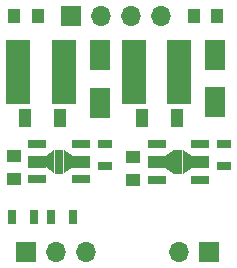
<source format=gts>
G04 #@! TF.FileFunction,Soldermask,Top*
%FSLAX46Y46*%
G04 Gerber Fmt 4.6, Leading zero omitted, Abs format (unit mm)*
G04 Created by KiCad (PCBNEW 4.0.2-stable) date 9/5/2017 3:06:29 PM*
%MOMM*%
G01*
G04 APERTURE LIST*
%ADD10C,0.100000*%
%ADD11R,1.000000X1.250000*%
%ADD12R,1.000000X1.600000*%
%ADD13R,1.250000X1.000000*%
%ADD14R,2.150000X5.500000*%
%ADD15R,1.700000X1.700000*%
%ADD16O,1.700000X1.700000*%
%ADD17R,1.300000X0.700000*%
%ADD18R,0.700000X1.300000*%
%ADD19R,1.500000X0.700000*%
%ADD20R,1.500000X1.000000*%
%ADD21R,0.800000X2.000000*%
%ADD22R,1.800000X2.500000*%
G04 APERTURE END LIST*
D10*
D11*
X51082600Y-51955600D03*
X53082600Y-51955600D03*
X68297200Y-52006400D03*
X66297200Y-52006400D03*
D12*
X61911000Y-60617000D03*
X64911000Y-60617000D03*
X52005000Y-60617000D03*
X55005000Y-60617000D03*
D13*
X51092000Y-65808000D03*
X51092000Y-63808000D03*
X61125000Y-65871500D03*
X61125000Y-63871500D03*
D14*
X51453000Y-56680000D03*
X55303000Y-56680000D03*
X61232000Y-56680000D03*
X65082000Y-56680000D03*
D15*
X55918000Y-51981000D03*
D16*
X58458000Y-51981000D03*
X60998000Y-51981000D03*
X63538000Y-51981000D03*
D15*
X52108000Y-71920000D03*
D16*
X54648000Y-71920000D03*
X57188000Y-71920000D03*
D15*
X67602000Y-71920000D03*
D16*
X65062000Y-71920000D03*
D17*
X58813600Y-62791200D03*
X58813600Y-64691200D03*
X68872000Y-62803900D03*
X68872000Y-64703900D03*
D18*
X52804000Y-68999000D03*
X50904000Y-68999000D03*
X56116200Y-68999000D03*
X54216200Y-68999000D03*
D10*
G36*
X55302000Y-63300000D02*
X56052000Y-63800000D01*
X56052000Y-64800000D01*
X55302000Y-65300000D01*
X55302000Y-63300000D01*
X55302000Y-63300000D01*
G37*
D19*
X56752000Y-62800000D03*
X56752000Y-65800000D03*
X53052000Y-62800000D03*
D20*
X53052000Y-64300000D03*
D19*
X53052000Y-65800000D03*
D20*
X56752000Y-64300000D03*
D10*
G36*
X54502000Y-65300000D02*
X53752000Y-64800000D01*
X53752000Y-63800000D01*
X54502000Y-63300000D01*
X54502000Y-65300000D01*
X54502000Y-65300000D01*
G37*
D21*
X54902000Y-64300000D03*
D10*
G36*
X65407000Y-63339500D02*
X66157000Y-63839500D01*
X66157000Y-64839500D01*
X65407000Y-65339500D01*
X65407000Y-63339500D01*
X65407000Y-63339500D01*
G37*
D19*
X66857000Y-62839500D03*
X66857000Y-65839500D03*
X63157000Y-62839500D03*
D20*
X63157000Y-64339500D03*
D19*
X63157000Y-65839500D03*
D20*
X66857000Y-64339500D03*
D10*
G36*
X64607000Y-65339500D02*
X63857000Y-64839500D01*
X63857000Y-63839500D01*
X64607000Y-63339500D01*
X64607000Y-65339500D01*
X64607000Y-65339500D01*
G37*
D21*
X65007000Y-64339500D03*
D22*
X58331000Y-59315000D03*
X58331000Y-55315000D03*
X68110000Y-59283000D03*
X68110000Y-55283000D03*
M02*

</source>
